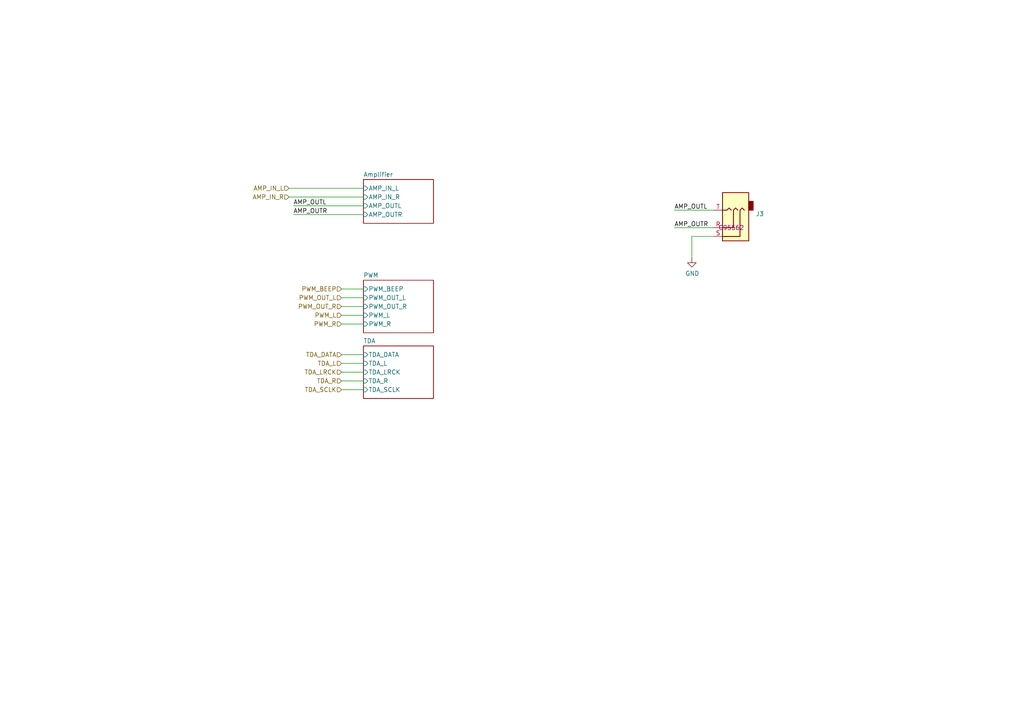
<source format=kicad_sch>
(kicad_sch (version 20250114) (generator "eeschema") (generator_version "9.0")
  (paper "A4")
  (title_block (title "MiniFRANK RM1") (date "2025-04-07") (rev "${VERSION}") (company "Mikhail Matveev") (comment 1 "https://github.com/xtremespb/frank"))
  (lib_symbols
    (symbol "FRANK:AudioJack_3.5mm"
      (property "Reference" "AJ2" (at -7.1119 -4.0097 0))
      (symbol "AudioJack_3.5mm_0_1"
        (rectangle (start -5.08 -5.08) (end -6.35 -7.62) (stroke (width 0.254)) (fill (type outline)))
        (polyline (pts (xy -1.905 -5.08) (xy -1.27 -5.715) (xy -0.635 -5.08) (xy -0.635 0) (xy 2.54 0)) (stroke (width 0.254)))
        (polyline (pts (xy 0 -5.08) (xy 0.635 -5.715) (xy 1.27 -5.08) (xy 2.54 -5.08)) (stroke (width 0.254)))
        (rectangle (start 2.54 3.81) (end -5.08 -10.16) (stroke (width 0.254)) (fill (type background)))
        (polyline (pts (xy 2.54 2.54) (xy -2.54 2.54) (xy -2.54 -5.08) (xy -3.175 -5.715) (xy -3.81 -5.08)) (stroke (width 0.254)))
      )
      (symbol "AudioJack_3.5mm_1_1"
        (pin passive line (at 5.08 2.54 180) (length 2.54) (name "~") (number "S"))
        (pin passive line (at 5.08 0 180) (length 2.54) (name "~") (number "R"))
        (pin passive line (at 5.08 -5.08 180) (length 2.54) (name "~") (number "T"))
      )
    )
    (symbol "GND_1" (power) (pin_numbers (hide yes)) (pin_names (offset 0) (hide yes))
      (property "Value" "GND" (at 0 -3.81 0))
      (symbol "GND_1_0_1"
        (polyline (pts (xy 0 0) (xy 0 -1.27) (xy 1.27 -1.27) (xy 0 -2.54) (xy -1.27 -1.27) (xy 0 -1.27)))
      )
      (symbol "GND_1_1_1"
        (pin power_in line (at 0 0 270) (length 0) (name "~") (number "1"))
      )
    )
  )
  (wire (pts (xy 195.58 66.04) (xy 207.01 66.04)))
  (wire (pts (xy 99.06 110.49) (xy 105.41 110.49)))
  (wire (pts (xy 85.09 62.23) (xy 105.41 62.23)))
  (wire (pts (xy 85.09 59.69) (xy 105.41 59.69)))
  (wire (pts (xy 99.06 83.82) (xy 105.41 83.82)))
  (wire (pts (xy 99.06 107.95) (xy 105.41 107.95)))
  (wire (pts (xy 99.06 93.98) (xy 105.41 93.98)))
  (wire (pts (xy 99.06 105.41) (xy 105.41 105.41)))
  (wire (pts (xy 99.06 113.03) (xy 105.41 113.03)))
  (wire (pts (xy 195.58 60.96) (xy 207.01 60.96)))
  (wire (pts (xy 207.01 68.58) (xy 200.66 68.58)))
  (wire (pts (xy 99.06 102.87) (xy 105.41 102.87)))
  (wire (pts (xy 99.06 88.9) (xy 105.41 88.9)))
  (wire (pts (xy 83.82 57.15) (xy 105.41 57.15)))
  (wire (pts (xy 83.82 54.61) (xy 105.41 54.61)))
  (wire (pts (xy 200.66 68.58) (xy 200.66 74.93)))
  (wire (pts (xy 99.06 91.44) (xy 105.41 91.44)))
  (wire (pts (xy 99.06 86.36) (xy 105.41 86.36)))
  (label "AMP_OUTR" (at 195.58 66.04 0))
  (label "AMP_OUTL" (at 85.09 59.69 0))
  (label "AMP_OUTL" (at 195.58 60.96 0))
  (label "AMP_OUTR" (at 85.09 62.23 0))
  (hierarchical_label "PWM_OUT_R" (shape input) (at 99.06 88.9 180))
  (hierarchical_label "TDA_SCLK" (shape input) (at 99.06 113.03 180))
  (hierarchical_label "TDA_L" (shape input) (at 99.06 105.41 180))
  (hierarchical_label "TDA_DATA" (shape input) (at 99.06 102.87 180))
  (hierarchical_label "TDA_LRCK" (shape input) (at 99.06 107.95 180))
  (hierarchical_label "PWM_OUT_L" (shape input) (at 99.06 86.36 180))
  (hierarchical_label "PWM_R" (shape input) (at 99.06 93.98 180))
  (hierarchical_label "AMP_IN_R" (shape input) (at 83.82 57.15 180))
  (hierarchical_label "AMP_IN_L" (shape input) (at 83.82 54.61 180))
  (hierarchical_label "PWM_BEEP" (shape input) (at 99.06 83.82 180))
  (hierarchical_label "TDA_R" (shape input) (at 99.06 110.49 180))
  (hierarchical_label "PWM_L" (shape input) (at 99.06 91.44 180))
  (symbol (lib_name "GND_1") (lib_id "power:GND") (at 200.66 74.93 0) (unit 1)
    (property "Reference" "#PWR082" (effects (hide yes)))
    (property "Value" "GND" (at 200.787 79.3242 0))
    (property "Description" "Power symbol creates a global label with name \"GND\" , ground" (effects (hide yes)))
  )
  (symbol (lib_id "FRANK:AudioJack_3.5mm") (at 212.09 66.04 180) (unit 1)
    (property "Reference" "J3" (at 219.2019 62.0303 0) (effects (justify right)))
    (property "Value" "PJ-320D" (effects (hide yes)))
    (property "Footprint" "FRANK:Jack (3.5mm, PJ-320D)" (effects (hide yes)))
    (property "Datasheet" "https://www.lcsc.com/datasheet/lcsc_datasheet_1810121716_Korean-Hroparts-Elec-PJ-320D-4A_C95562.pdf" (effects (hide yes)))
    (property "AliExpress" "https://www.aliexpress.com/item/4001158231104.html" (effects (hide yes)))
    (property "LCSC" "C95562" (at 212.09 66.04 0))
  )
  (sheet (at 105.41 100.33) (size 20.32 15.24) (stroke (width 0.1524))
    (property "Sheetname" "TDA" (at 105.41 99.6184 0) (effects (justify left bottom)))
    (property "Sheetfile" "tda.kicad_sch" (effects (hide yes)))
    (pin "TDA_DATA" input (at 105.41 102.87 180))
    (pin "TDA_L" input (at 105.41 105.41 180))
    (pin "TDA_LRCK" input (at 105.41 107.95 180))
    (pin "TDA_R" input (at 105.41 110.49 180))
    (pin "TDA_SCLK" input (at 105.41 113.03 180))
  )
  (sheet (at 105.41 52.07) (size 20.32 12.7) (stroke (width 0.1524))
    (property "Sheetname" "Amplifier" (at 105.41 51.3584 0) (effects (justify left bottom)))
    (property "Sheetfile" "amp.kicad_sch" (effects (hide yes)))
    (pin "AMP_IN_L" input (at 105.41 54.61 180))
    (pin "AMP_IN_R" input (at 105.41 57.15 180))
    (pin "AMP_OUTL" input (at 105.41 59.69 180))
    (pin "AMP_OUTR" input (at 105.41 62.23 180))
  )
  (sheet (at 105.41 81.28) (size 20.32 15.24) (stroke (width 0.1524))
    (property "Sheetname" "PWM" (at 105.41 80.5684 0) (effects (justify left bottom)))
    (property "Sheetfile" "pwm.kicad_sch" (effects (hide yes)))
    (pin "PWM_L" input (at 105.41 91.44 180))
    (pin "PWM_R" input (at 105.41 93.98 180))
    (pin "PWM_BEEP" input (at 105.41 83.82 180))
    (pin "PWM_OUT_L" input (at 105.41 86.36 180))
    (pin "PWM_OUT_R" input (at 105.41 88.9 180))
  )
)
</source>
